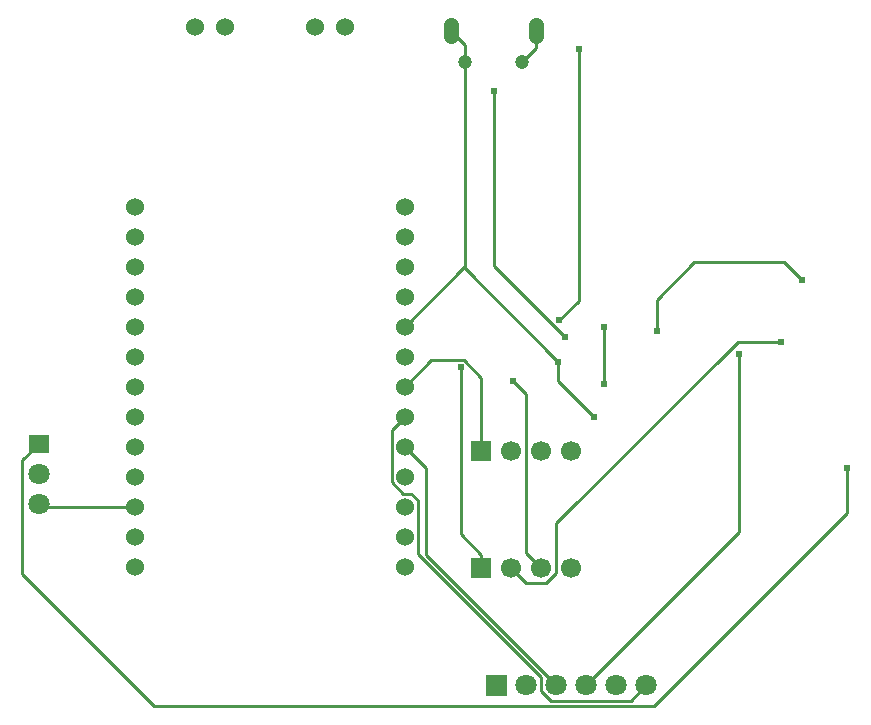
<source format=gbl>
G04 Layer: BottomLayer*
G04 EasyEDA v6.4.17, 2021-03-16T21:25:48--4:00*
G04 0817081497994772ae9c6ae74964b192,7db2125e4611476bb2993bf99425ef50,10*
G04 Gerber Generator version 0.2*
G04 Scale: 100 percent, Rotated: No, Reflected: No *
G04 Dimensions in inches *
G04 leading zeros omitted , absolute positions ,3 integer and 6 decimal *
%FSLAX36Y36*%
%MOIN*%

%ADD10C,0.0100*%
%ADD11C,0.0102*%
%ADD13C,0.0240*%
%ADD23C,0.0709*%
%ADD24R,0.0709X0.0620*%
%ADD25C,0.0472*%
%ADD27C,0.0669*%
%ADD28C,0.0600*%
%ADD30C,0.0512*%

%LPD*%
D10*
X2465000Y-3805000D02*
G01*
X2465000Y-3700000D01*
X2590000Y-3575000D01*
X2890000Y-3575000D01*
X2950000Y-3635000D01*
X3100000Y-4260000D02*
G01*
X3100000Y-4410000D01*
X2455000Y-5055000D01*
X790000Y-5055000D01*
X350000Y-4615000D01*
X350000Y-4235000D01*
X405000Y-4180000D01*
X2290000Y-3790000D02*
G01*
X2290000Y-3980000D01*
D11*
X1880000Y-4595000D02*
G01*
X1880000Y-4550000D01*
X1880000Y-4550000D02*
G01*
X1811300Y-4481399D01*
X1811300Y-3924899D01*
X1625000Y-3990000D02*
G01*
X1713900Y-3901199D01*
X1821300Y-3901199D01*
X1880000Y-3959899D01*
X1880000Y-4205000D01*
X2080000Y-4595000D02*
G01*
X2030000Y-4545000D01*
X2030000Y-4012899D01*
X1987100Y-3970000D01*
X1625000Y-4090000D02*
G01*
X1581300Y-4133699D01*
X1581300Y-4308800D01*
X1619600Y-4347100D01*
X1646599Y-4347100D01*
X1667700Y-4368200D01*
X1667700Y-4546300D01*
X2080000Y-4958600D01*
X2080000Y-5004400D01*
X2112700Y-5037199D01*
X2377799Y-5037199D01*
X2430000Y-4985000D01*
X2230000Y-4985000D02*
G01*
X2740000Y-4475000D01*
X2740000Y-3880000D01*
X2130000Y-4985000D02*
G01*
X1697399Y-4552399D01*
X1697399Y-4262399D01*
X1625000Y-4190000D01*
X1980000Y-4595000D02*
G01*
X2028599Y-4643600D01*
X2096201Y-4643600D01*
X2130000Y-4609800D01*
X2130000Y-4444899D01*
X2734799Y-3840100D01*
X2879899Y-3840100D01*
X2880000Y-3840000D01*
X1923500Y-3003899D02*
G01*
X1923500Y-3588501D01*
X2160000Y-3825000D01*
X2140299Y-3768400D02*
G01*
X2205299Y-3703400D01*
X2205299Y-2865200D01*
X2015500Y-2909000D02*
G01*
X2062500Y-2861999D01*
X2062500Y-2802700D01*
X1777500Y-2802700D02*
G01*
X1824499Y-2849699D01*
X1824499Y-2909000D01*
X2256899Y-4092100D02*
G01*
X2137299Y-3972399D01*
X2137299Y-3906799D01*
X1822700Y-3592300D02*
G01*
X2137299Y-3906799D01*
X1824499Y-2909000D02*
G01*
X1824499Y-3590500D01*
X1822700Y-3592300D01*
X1822700Y-3592300D02*
G01*
X1625000Y-3790000D01*
X725000Y-4390000D02*
G01*
X415000Y-4390000D01*
X405000Y-4380000D01*
D23*
G01*
X405000Y-4380000D03*
G01*
X405000Y-4280000D03*
D24*
G01*
X405000Y-4180000D03*
D25*
G01*
X2015469Y-2908989D03*
G01*
X1824530Y-2908989D03*
G36*
X1846535Y-4171534D02*
G01*
X1913464Y-4171534D01*
X1913464Y-4238465D01*
X1846535Y-4238465D01*
G37*
D27*
G01*
X1980000Y-4205000D03*
G01*
X2080000Y-4205000D03*
G01*
X2180000Y-4205000D03*
G36*
X1846535Y-4561534D02*
G01*
X1913464Y-4561534D01*
X1913464Y-4628465D01*
X1846535Y-4628465D01*
G37*
G01*
X1980000Y-4595000D03*
G01*
X2080000Y-4595000D03*
G01*
X2180000Y-4595000D03*
D28*
G01*
X1625000Y-3390000D03*
G01*
X1625000Y-3490000D03*
G01*
X1625000Y-3590000D03*
G01*
X1625000Y-3690000D03*
G01*
X1625000Y-3790000D03*
G01*
X1625000Y-3890000D03*
G01*
X1625000Y-3990000D03*
G01*
X1625000Y-4090000D03*
G01*
X1625000Y-4190000D03*
G01*
X1625000Y-4290000D03*
G01*
X1625000Y-4390000D03*
G01*
X1625000Y-4490000D03*
G01*
X1625000Y-4590000D03*
G01*
X725000Y-3390000D03*
G01*
X725000Y-3490000D03*
G01*
X725000Y-3590000D03*
G01*
X725000Y-3690000D03*
G01*
X725000Y-3790000D03*
G01*
X725000Y-3890000D03*
G01*
X725000Y-3990000D03*
G01*
X725000Y-4090000D03*
G01*
X725000Y-4190000D03*
G01*
X725000Y-4290000D03*
G01*
X725000Y-4390000D03*
G01*
X725000Y-4490000D03*
G01*
X725000Y-4590000D03*
G01*
X1425000Y-2790000D03*
G01*
X1325000Y-2790000D03*
G01*
X1025000Y-2790000D03*
G01*
X925000Y-2790000D03*
D23*
G01*
X2430000Y-4985000D03*
G01*
X2330000Y-4985000D03*
G01*
X2230000Y-4985000D03*
G01*
X2130000Y-4985000D03*
G01*
X2030000Y-4985000D03*
G36*
X1894566Y-4949567D02*
G01*
X1965433Y-4949567D01*
X1965433Y-5020432D01*
X1894566Y-5020432D01*
G37*
D13*
G01*
X2950000Y-3635000D03*
G01*
X2290000Y-3980000D03*
G01*
X2290000Y-3790000D03*
G01*
X2465000Y-3805000D03*
G01*
X1811300Y-3924899D03*
G01*
X1987100Y-3970000D03*
G01*
X2740000Y-3880000D03*
G01*
X2880000Y-3840000D03*
G01*
X2160000Y-3825000D03*
G01*
X1923500Y-3003899D03*
G01*
X2140299Y-3768400D03*
G01*
X2205299Y-2865200D03*
G01*
X2137299Y-3906799D03*
G01*
X2256899Y-4092100D03*
G01*
X3100000Y-4260000D03*
D30*
X1777500Y-2820407D02*
G01*
X1777500Y-2784974D01*
X2062500Y-2820407D02*
G01*
X2062500Y-2784974D01*
M02*

</source>
